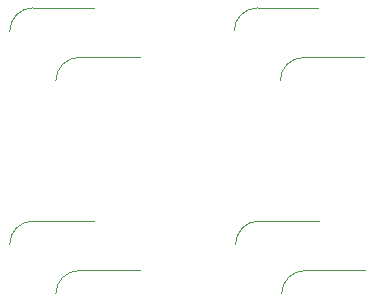
<source format=gbr>
%TF.GenerationSoftware,KiCad,Pcbnew,9.0.2*%
%TF.CreationDate,2025-07-05T11:42:38+02:00*%
%TF.ProjectId,test-stef_6_inter,74657374-2d73-4746-9566-5f365f696e74,rev?*%
%TF.SameCoordinates,Original*%
%TF.FileFunction,Legend,Bot*%
%TF.FilePolarity,Positive*%
%FSLAX46Y46*%
G04 Gerber Fmt 4.6, Leading zero omitted, Abs format (unit mm)*
G04 Created by KiCad (PCBNEW 9.0.2) date 2025-07-05 11:42:38*
%MOMM*%
%LPD*%
G01*
G04 APERTURE LIST*
%ADD10C,0.120000*%
G04 APERTURE END LIST*
D10*
%TO.C,SW5*%
X183487000Y-110680000D02*
X188587000Y-110680000D01*
X187387000Y-114880000D02*
X192487000Y-114880000D01*
X181487000Y-112680000D02*
G75*
G02*
X183487000Y-110680000I1999999J1D01*
G01*
X185387000Y-116880000D02*
G75*
G02*
X187387000Y-114880000I1999999J1D01*
G01*
%TO.C,SW1*%
X164360000Y-92640000D02*
X169460000Y-92640000D01*
X168260000Y-96840000D02*
X173360000Y-96840000D01*
X162360000Y-94640000D02*
G75*
G02*
X164360000Y-92640000I1999999J1D01*
G01*
X166260000Y-98840000D02*
G75*
G02*
X168260000Y-96840000I1999999J1D01*
G01*
%TO.C,SW2*%
X183360000Y-92640000D02*
X188460000Y-92640000D01*
X187260000Y-96840000D02*
X192360000Y-96840000D01*
X181360000Y-94640000D02*
G75*
G02*
X183360000Y-92640000I1999999J1D01*
G01*
X185260000Y-98840000D02*
G75*
G02*
X187260000Y-96840000I1999999J1D01*
G01*
%TO.C,SW4*%
X164360000Y-110680000D02*
X169460000Y-110680000D01*
X168260000Y-114880000D02*
X173360000Y-114880000D01*
X162360000Y-112680000D02*
G75*
G02*
X164360000Y-110680000I1999999J1D01*
G01*
X166260000Y-116880000D02*
G75*
G02*
X168260000Y-114880000I1999999J1D01*
G01*
%TD*%
M02*

</source>
